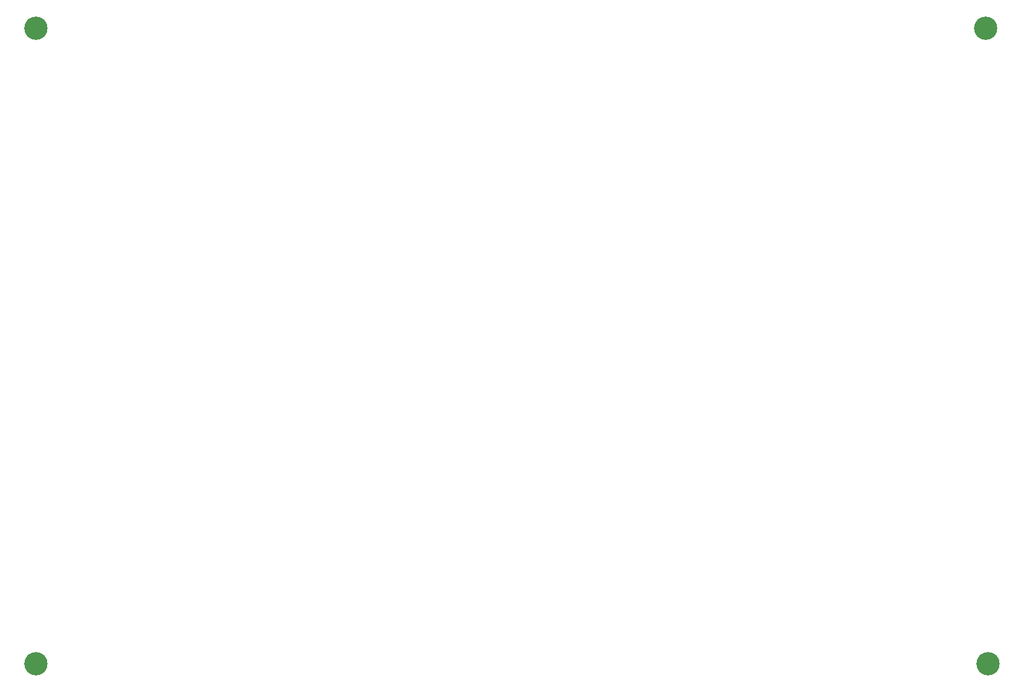
<source format=gts>
G75*
%MOIN*%
%OFA0B0*%
%FSLAX25Y25*%
%IPPOS*%
%LPD*%
%AMOC8*
5,1,8,0,0,1.08239X$1,22.5*
%
%ADD10C,0.13198*%
D10*
X0049831Y0048863D03*
X0049831Y0409020D03*
X0587154Y0409020D03*
X0588335Y0048863D03*
M02*

</source>
